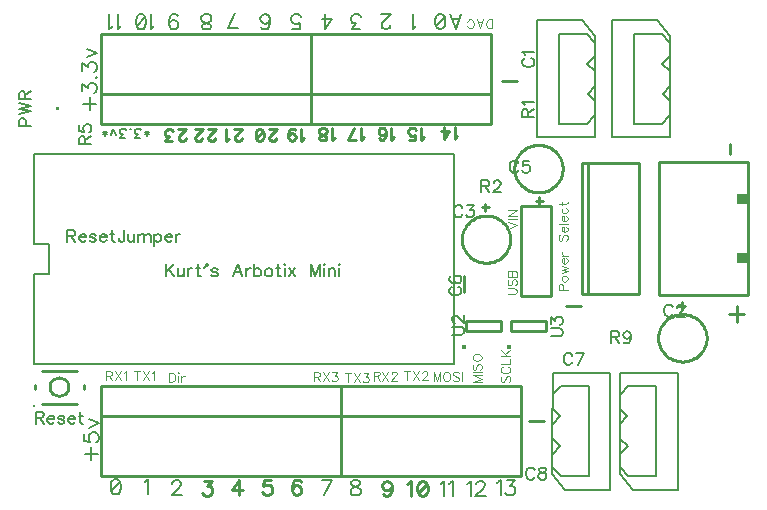
<source format=gto>
G04 DipTrace 3.0.0.0*
G04 Teensy-Arbotix-mini.gto*
%MOIN*%
G04 #@! TF.FileFunction,Legend,Top*
G04 #@! TF.Part,Single*
%ADD10C,0.009843*%
%ADD16C,0.008*%
%ADD34C,0.011811*%
%ADD39C,0.005*%
%ADD44C,0.015401*%
%ADD89C,0.006176*%
%ADD90C,0.00772*%
%ADD91C,0.010936*%
%ADD92C,0.004632*%
%ADD93C,0.008749*%
%ADD94C,0.009264*%
%ADD95C,0.006562*%
%FSLAX26Y26*%
G04*
G70*
G90*
G75*
G01*
G04 TopSilk*
%LPD*%
X2079272Y1787341D2*
D10*
X2028130D1*
X2616884Y1035630D2*
X2640516D1*
X2628700Y1047441D2*
Y1023819D1*
X2549961Y929331D2*
X2550157Y934824D1*
X2550746Y940289D1*
X2551725Y945702D1*
X2553087Y951035D1*
X2554828Y956262D1*
X2556938Y961357D1*
X2559408Y966297D1*
X2562225Y971057D1*
X2565375Y975613D1*
X2568843Y979944D1*
X2572613Y984028D1*
X2576665Y987846D1*
X2580980Y991379D1*
X2585538Y994609D1*
X2590315Y997522D1*
X2595289Y1000102D1*
X2600436Y1002338D1*
X2605729Y1004217D1*
X2611144Y1005732D1*
X2616655Y1006875D1*
X2622233Y1007640D1*
X2627853Y1008023D1*
X2633486D1*
X2639106Y1007640D1*
X2644684Y1006875D1*
X2650195Y1005732D1*
X2655610Y1004217D1*
X2660904Y1002338D1*
X2666050Y1000102D1*
X2671024Y997522D1*
X2675801Y994609D1*
X2680359Y991379D1*
X2684674Y987846D1*
X2688726Y984028D1*
X2692496Y979944D1*
X2695964Y975613D1*
X2699114Y971057D1*
X2701931Y966297D1*
X2704401Y961357D1*
X2706511Y956262D1*
X2708252Y951035D1*
X2709614Y945702D1*
X2710593Y940289D1*
X2711182Y934824D1*
X2711378Y929331D1*
X2711182Y923838D1*
X2710593Y918372D1*
X2709614Y912960D1*
X2708252Y907627D1*
X2706511Y902400D1*
X2704401Y897304D1*
X2701931Y892365D1*
X2699114Y887605D1*
X2695964Y883049D1*
X2692496Y878718D1*
X2688726Y874633D1*
X2684674Y870816D1*
X2680359Y867283D1*
X2675801Y864052D1*
X2671024Y861140D1*
X2666050Y858560D1*
X2660904Y856324D1*
X2655610Y854445D1*
X2650195Y852930D1*
X2644684Y851787D1*
X2639106Y851022D1*
X2633486Y850639D1*
X2627853D1*
X2622233Y851022D1*
X2616655Y851787D1*
X2611144Y852930D1*
X2605729Y854445D1*
X2600436Y856324D1*
X2595289Y858560D1*
X2590315Y861140D1*
X2585538Y864052D1*
X2580980Y867283D1*
X2576665Y870816D1*
X2572613Y874633D1*
X2568843Y878718D1*
X2565375Y883049D1*
X2562225Y887605D1*
X2559408Y892365D1*
X2556938Y897304D1*
X2554828Y902400D1*
X2553087Y907627D1*
X2551725Y912960D1*
X2550746Y918372D1*
X2550157Y923838D1*
X2549961Y929331D1*
X1962514Y1365000D2*
X1986146D1*
X1974330Y1376811D2*
Y1353189D1*
X1895591Y1258701D2*
X1895787Y1264194D1*
X1896376Y1269660D1*
X1897354Y1275072D1*
X1898717Y1280405D1*
X1900458Y1285632D1*
X1902568Y1290728D1*
X1905038Y1295667D1*
X1907855Y1300427D1*
X1911005Y1304983D1*
X1914473Y1309314D1*
X1918242Y1313399D1*
X1922295Y1317216D1*
X1926610Y1320749D1*
X1931168Y1323980D1*
X1935945Y1326892D1*
X1940919Y1329472D1*
X1946065Y1331708D1*
X1951359Y1333587D1*
X1956774Y1335102D1*
X1962285Y1336245D1*
X1967863Y1337010D1*
X1973483Y1337393D1*
X1979116D1*
X1984736Y1337010D1*
X1990314Y1336245D1*
X1995825Y1335102D1*
X2001240Y1333587D1*
X2006533Y1331708D1*
X2011680Y1329472D1*
X2016654Y1326892D1*
X2021431Y1323980D1*
X2025989Y1320749D1*
X2030304Y1317216D1*
X2034356Y1313399D1*
X2038126Y1309314D1*
X2041594Y1304983D1*
X2044744Y1300427D1*
X2047561Y1295667D1*
X2050030Y1290728D1*
X2052141Y1285632D1*
X2053882Y1280405D1*
X2055244Y1275072D1*
X2056223Y1269660D1*
X2056811Y1264194D1*
X2057008Y1258701D1*
X2056811Y1253208D1*
X2056223Y1247742D1*
X2055244Y1242330D1*
X2053882Y1236997D1*
X2052141Y1231770D1*
X2050030Y1226674D1*
X2047561Y1221735D1*
X2044744Y1216975D1*
X2041594Y1212419D1*
X2038126Y1208088D1*
X2034356Y1204003D1*
X2030304Y1200186D1*
X2025989Y1196653D1*
X2021431Y1193422D1*
X2016654Y1190510D1*
X2011680Y1187930D1*
X2006533Y1185694D1*
X2001240Y1183815D1*
X1995825Y1182300D1*
X1990314Y1181157D1*
X1984736Y1180392D1*
X1979116Y1180009D1*
X1973483D1*
X1967863Y1180392D1*
X1962285Y1181157D1*
X1956774Y1182300D1*
X1951359Y1183815D1*
X1946065Y1185694D1*
X1940919Y1187930D1*
X1935945Y1190510D1*
X1931168Y1193422D1*
X1926610Y1196653D1*
X1922295Y1200186D1*
X1918242Y1204003D1*
X1914473Y1208088D1*
X1911005Y1212419D1*
X1907855Y1216975D1*
X1905038Y1221735D1*
X1902568Y1226674D1*
X1900458Y1231770D1*
X1898717Y1236997D1*
X1897354Y1242330D1*
X1896376Y1247742D1*
X1895787Y1253208D1*
X1895591Y1258701D1*
X2164888Y1387402D2*
X2141256D1*
X2153072Y1375591D2*
Y1399213D1*
X2070394Y1493701D2*
X2070591Y1499194D1*
X2071179Y1504660D1*
X2072158Y1510072D1*
X2073520Y1515405D1*
X2075261Y1520632D1*
X2077372Y1525728D1*
X2079841Y1530667D1*
X2082658Y1535427D1*
X2085808Y1539983D1*
X2089276Y1544314D1*
X2093046Y1548399D1*
X2097098Y1552216D1*
X2101413Y1555749D1*
X2105971Y1558980D1*
X2110748Y1561892D1*
X2115722Y1564472D1*
X2120869Y1566708D1*
X2126162Y1568587D1*
X2131577Y1570102D1*
X2137088Y1571245D1*
X2142666Y1572010D1*
X2148286Y1572393D1*
X2153919D1*
X2159539Y1572010D1*
X2165117Y1571245D1*
X2170628Y1570102D1*
X2176043Y1568587D1*
X2181337Y1566708D1*
X2186483Y1564472D1*
X2191457Y1561892D1*
X2196234Y1558980D1*
X2200792Y1555749D1*
X2205107Y1552216D1*
X2209160Y1548399D1*
X2212929Y1544314D1*
X2216397Y1539983D1*
X2219547Y1535427D1*
X2222364Y1530667D1*
X2224834Y1525728D1*
X2226944Y1520632D1*
X2228685Y1515405D1*
X2230048Y1510072D1*
X2231026Y1504660D1*
X2231615Y1499194D1*
X2231811Y1493701D1*
X2231615Y1488208D1*
X2231026Y1482742D1*
X2230048Y1477330D1*
X2228685Y1471997D1*
X2226944Y1466770D1*
X2224834Y1461674D1*
X2222364Y1456735D1*
X2219547Y1451975D1*
X2216397Y1447419D1*
X2212929Y1443088D1*
X2209160Y1439003D1*
X2205107Y1435186D1*
X2200792Y1431653D1*
X2196234Y1428422D1*
X2191457Y1425510D1*
X2186483Y1422930D1*
X2181337Y1420694D1*
X2176043Y1418815D1*
X2170628Y1417300D1*
X2165117Y1416157D1*
X2159539Y1415392D1*
X2153919Y1415009D1*
X2148286D1*
X2142666Y1415392D1*
X2137088Y1416157D1*
X2131577Y1417300D1*
X2126162Y1418815D1*
X2120869Y1420694D1*
X2115722Y1422930D1*
X2110748Y1425510D1*
X2105971Y1428422D1*
X2101413Y1431653D1*
X2097098Y1435186D1*
X2093046Y1439003D1*
X2089276Y1443088D1*
X2085808Y1447419D1*
X2082658Y1451975D1*
X2079841Y1456735D1*
X2077372Y1461674D1*
X2075261Y1466770D1*
X2073520Y1471997D1*
X2072158Y1477330D1*
X2071179Y1482742D1*
X2070591Y1488208D1*
X2070394Y1493701D1*
X2118130Y652462D2*
X2169272D1*
X1393701Y1743701D2*
X1993701D1*
Y1943701D1*
X1393701D2*
X1993701D1*
X1393701Y1743701D2*
Y1943701D1*
X1993701Y1743701D2*
X1393701D1*
X1993701Y1643701D2*
X1393701D1*
X1993701Y1743701D2*
Y1643701D1*
X1393701Y1743701D2*
Y1643701D1*
Y1743701D2*
Y1943701D1*
X693701Y1743701D2*
Y1943701D1*
X1393701D1*
X693701Y1743701D2*
X1393701D1*
X693701D2*
Y1643701D1*
X1393701Y1743701D2*
X693701D1*
X1393701D2*
Y1643701D1*
X693701D1*
X1493701Y468701D2*
Y668701D1*
X693701Y468701D2*
Y668701D1*
Y468701D2*
X1493701D1*
X693701Y668701D2*
X1493701D1*
X693701Y768701D2*
X1493701D1*
X693701Y668701D2*
Y768701D1*
Y668701D2*
X1493701D1*
Y768701D1*
Y468701D2*
X2093701D1*
Y668701D1*
X1493701D2*
X2093701D1*
X1493701Y468701D2*
Y668701D1*
X2093701D1*
X1493701Y768701D2*
X2093701D1*
X1493701Y668701D2*
Y768701D1*
X2093701Y668701D2*
Y768701D1*
X2193701Y1068701D2*
X2093701D1*
Y1368701D1*
X2193701D2*
X2093701D1*
X2193701Y1068701D2*
Y1368701D1*
X2848622Y1073229D2*
Y1514173D1*
X2553347D1*
Y1073229D1*
X2848622D1*
G36*
X2813868Y1179540D2*
X2845374D1*
Y1211024D1*
X2813868D1*
Y1179540D1*
G37*
G36*
Y1376378D2*
X2845374D1*
Y1407862D1*
X2813868D1*
Y1376378D1*
G37*
G36*
X543701Y1697638D2*
X551574D1*
Y1689764D1*
X543701D1*
Y1697638D1*
G37*
X522914Y765196D2*
D10*
G02X522914Y765196I31496J0D01*
G01*
X613465Y820315D2*
X495355D1*
X613465Y710078D2*
X593780D1*
X495355D1*
X637087Y759287D2*
Y771106D1*
X471732Y759287D2*
Y771106D1*
D34*
X469764Y702203D3*
X518681Y1143721D2*
D16*
Y1243681D1*
X468701D1*
Y1543701D1*
X1868701D1*
Y843701D1*
X468701D1*
Y1143721D1*
X518681D1*
X2316307Y1075197D2*
D10*
Y1512205D1*
X2296654Y1075197D2*
Y1512205D1*
X2485630D2*
X2296654D1*
X2485630Y1075197D2*
X2296654D1*
X2485630D2*
Y1512205D1*
X1902341Y1083130D2*
Y1134272D1*
X2243130Y1035061D2*
X2294272D1*
X2146654Y1988583D2*
D39*
Y1598819D1*
X2339566D1*
X2339701Y1717697D2*
Y1767704D1*
Y1817710D1*
Y1867717D1*
Y1917685D1*
X2339682Y1937017D1*
X2296265Y1988583D1*
X2146654D1*
X2338697Y1868692D2*
X2313698Y1843708D1*
X2338697Y1818685D1*
X2339566Y1768717D2*
X2315705Y1743694D1*
X2339566Y1718710D1*
Y1668704D1*
Y1601976D1*
X2337693Y1669717D2*
X2312694Y1643720D1*
X2218699Y1643681D1*
Y1943721D1*
X2311709Y1943682D1*
X2336709Y1915697D1*
X2396654Y1988583D2*
Y1598819D1*
X2589566D1*
X2589701Y1717697D2*
Y1767704D1*
Y1817710D1*
Y1867717D1*
Y1917685D1*
X2589682Y1937017D1*
X2546265Y1988583D1*
X2396654D1*
X2588697Y1868692D2*
X2563698Y1843708D1*
X2588697Y1818685D1*
X2589566Y1768717D2*
X2565705Y1743694D1*
X2589566Y1718710D1*
Y1668704D1*
Y1601976D1*
X2587693Y1669717D2*
X2562694Y1643720D1*
X2468699Y1643681D1*
Y1943721D1*
X2561709Y1943682D1*
X2586709Y1915697D1*
X2390748Y423819D2*
Y813583D1*
X2197836D1*
X2197701Y694705D2*
Y644698D1*
Y594692D1*
Y544685D1*
Y494717D1*
X2197720Y475385D1*
X2241137Y423819D1*
X2390748D1*
X2198705Y543710D2*
X2223704Y568694D1*
X2198705Y593717D1*
X2197836Y643685D2*
X2221697Y668708D1*
X2197836Y693692D1*
Y743698D1*
Y810426D1*
X2199709Y742685D2*
X2224708Y768682D1*
X2318703Y768721D1*
Y468681D1*
X2225693Y468720D1*
X2200693Y496705D1*
X2615748Y423819D2*
Y813583D1*
X2422836D1*
X2422701Y694705D2*
Y644698D1*
Y594692D1*
Y544685D1*
Y494717D1*
X2422720Y475385D1*
X2466137Y423819D1*
X2615748D1*
X2423705Y543710D2*
X2448704Y568694D1*
X2423705Y593717D1*
X2422836Y643685D2*
X2446697Y668708D1*
X2422836Y693692D1*
Y743698D1*
Y810426D1*
X2424709Y742685D2*
X2449708Y768682D1*
X2543703Y768721D1*
Y468681D1*
X2450693Y468720D1*
X2425693Y496705D1*
D44*
X1904386Y898926D3*
X1909648Y952992D2*
D10*
X2027756D1*
X1909648Y984482D2*
X2027756D1*
Y952992D2*
Y984482D1*
X1909648Y952992D2*
Y984482D1*
D44*
X2054386Y898926D3*
X2059648Y952992D2*
D10*
X2177756D1*
X2059648Y984482D2*
X2177756D1*
Y952992D2*
Y984482D1*
X2059648Y952992D2*
Y984482D1*
X2106346Y1861593D2*
D89*
X2102544Y1859692D1*
X2098697Y1855845D1*
X2096796Y1852042D1*
Y1844393D1*
X2098697Y1840546D1*
X2102544Y1836744D1*
X2106346Y1834798D1*
X2112094Y1832897D1*
X2121689D1*
X2127393Y1834798D1*
X2131240Y1836744D1*
X2135042Y1840546D1*
X2136988Y1844393D1*
Y1852042D1*
X2135042Y1855845D1*
X2131240Y1859692D1*
X2127393Y1861593D1*
X2104489Y1873944D2*
X2102544Y1877791D1*
X2096840Y1883539D1*
X2136988D1*
X2598870Y1030760D2*
X2596968Y1034563D1*
X2593122Y1038410D1*
X2589319Y1040311D1*
X2581670D1*
X2577823Y1038410D1*
X2574020Y1034563D1*
X2572075Y1030760D1*
X2570174Y1025012D1*
Y1015418D1*
X2572075Y1009714D1*
X2574020Y1005867D1*
X2577823Y1002064D1*
X2581670Y1000119D1*
X2589319D1*
X2593122Y1002064D1*
X2596968Y1005867D1*
X2598870Y1009714D1*
X2613167Y1030716D2*
Y1032617D1*
X2615068Y1036464D1*
X2616969Y1038365D1*
X2620816Y1040267D1*
X2628465D1*
X2632268Y1038365D1*
X2634169Y1036464D1*
X2636114Y1032617D1*
Y1028815D1*
X2634169Y1024968D1*
X2630366Y1019264D1*
X2611221Y1000119D1*
X2638016D1*
X1897649Y1362552D2*
X1895748Y1366355D1*
X1891901Y1370201D1*
X1888099Y1372103D1*
X1880449D1*
X1876603Y1370201D1*
X1872800Y1366355D1*
X1870854Y1362552D1*
X1868953Y1356804D1*
Y1347209D1*
X1870854Y1341505D1*
X1872800Y1337659D1*
X1876603Y1333856D1*
X1880449Y1331911D1*
X1888099D1*
X1891901Y1333856D1*
X1895748Y1337659D1*
X1897649Y1341505D1*
X1913847Y1372058D2*
X1934850D1*
X1923398Y1356760D1*
X1929146D1*
X1932948Y1354858D1*
X1934850Y1352957D1*
X1936795Y1347209D1*
Y1343407D1*
X1934850Y1337659D1*
X1931047Y1333812D1*
X1925299Y1331911D1*
X1919551D1*
X1913847Y1333812D1*
X1911946Y1335757D1*
X1910001Y1339560D1*
X2084303Y1510760D2*
X2082401Y1514563D1*
X2078555Y1518410D1*
X2074752Y1520311D1*
X2067103D1*
X2063256Y1518410D1*
X2059454Y1514563D1*
X2057508Y1510760D1*
X2055607Y1505012D1*
Y1495418D1*
X2057508Y1489714D1*
X2059454Y1485867D1*
X2063256Y1482064D1*
X2067103Y1480119D1*
X2074752D1*
X2078555Y1482064D1*
X2082401Y1485867D1*
X2084303Y1489714D1*
X2119602Y1520267D2*
X2100501D1*
X2098600Y1503067D1*
X2100501Y1504968D1*
X2106249Y1506914D1*
X2111953D1*
X2117701Y1504968D1*
X2121548Y1501166D1*
X2123449Y1495418D1*
Y1491615D1*
X2121548Y1485867D1*
X2117701Y1482020D1*
X2111953Y1480119D1*
X2106249D1*
X2100501Y1482020D1*
X2098600Y1483966D1*
X2096654Y1487768D1*
X2138498Y487591D2*
X2136597Y491394D1*
X2132750Y495241D1*
X2128947Y497142D1*
X2121298D1*
X2117451Y495241D1*
X2113649Y491394D1*
X2111703Y487591D1*
X2109802Y481843D1*
Y472249D1*
X2111703Y466545D1*
X2113649Y462698D1*
X2117451Y458895D1*
X2121298Y456950D1*
X2128947D1*
X2132750Y458895D1*
X2136597Y462698D1*
X2138498Y466545D1*
X2160400Y497098D2*
X2154696Y495196D1*
X2152751Y491394D1*
Y487547D1*
X2154696Y483745D1*
X2158499Y481799D1*
X2166148Y479898D1*
X2171896Y477997D1*
X2175699Y474150D1*
X2177600Y470347D1*
Y464599D1*
X2175699Y460797D1*
X2173797Y458851D1*
X2168049Y456950D1*
X2160400D1*
X2154696Y458851D1*
X2152751Y460797D1*
X2150849Y464599D1*
Y470347D1*
X2152751Y474150D1*
X2156597Y477997D1*
X2162301Y479898D1*
X2169951Y481799D1*
X2173797Y483745D1*
X2175699Y487547D1*
Y491394D1*
X2173797Y495196D1*
X2168049Y497098D1*
X2160400D1*
X441209Y1635410D2*
Y1652654D1*
X439307Y1658358D1*
X437362Y1660303D1*
X433559Y1662204D1*
X427811D1*
X424009Y1660303D1*
X422063Y1658358D1*
X420162Y1652654D1*
Y1635410D1*
X460354D1*
X420162Y1674556D2*
X460354Y1684150D1*
X420162Y1693701D1*
X460354Y1703252D1*
X420162Y1712846D1*
X439307Y1725198D2*
Y1742398D1*
X437362Y1748146D1*
X435461Y1750091D1*
X431658Y1751992D1*
X427811D1*
X424009Y1750091D1*
X422063Y1748146D1*
X420162Y1742398D1*
Y1725198D1*
X460354D1*
X439307Y1738595D2*
X460354Y1751992D1*
X2115941Y1666732D2*
Y1683932D1*
X2113995Y1689680D1*
X2112094Y1691626D1*
X2108292Y1693527D1*
X2104445D1*
X2100642Y1691626D1*
X2098697Y1689680D1*
X2096796Y1683932D1*
Y1666732D1*
X2136988D1*
X2115941Y1680130D2*
X2136988Y1693527D1*
X2104489Y1705878D2*
X2102544Y1709725D1*
X2096840Y1715473D1*
X2136988D1*
X1960731Y1435398D2*
X1977931D1*
X1983679Y1437344D1*
X1985624Y1439245D1*
X1987525Y1443047D1*
Y1446894D1*
X1985624Y1450697D1*
X1983679Y1452642D1*
X1977931Y1454543D1*
X1960731D1*
Y1414351D1*
X1974128Y1435398D2*
X1987525Y1414351D1*
X2001822Y1444949D2*
Y1446850D1*
X2003723Y1450697D1*
X2005625Y1452598D1*
X2009471Y1454499D1*
X2017121D1*
X2020923Y1452598D1*
X2022825Y1450697D1*
X2024770Y1446850D1*
Y1443047D1*
X2022825Y1439201D1*
X2019022Y1433497D1*
X1999877Y1414351D1*
X2026671D1*
X639405Y1575731D2*
Y1592931D1*
X637460Y1598679D1*
X635559Y1600624D1*
X631756Y1602525D1*
X627909D1*
X624107Y1600624D1*
X622161Y1598679D1*
X620260Y1592931D1*
Y1575731D1*
X660452D1*
X639405Y1589128D2*
X660452Y1602525D1*
X620304Y1637825D2*
Y1618724D1*
X637504Y1616822D1*
X635603Y1618724D1*
X633657Y1624472D1*
Y1630175D1*
X635603Y1635923D1*
X639406Y1639770D1*
X645154Y1641671D1*
X648956D1*
X654704Y1639770D1*
X658551Y1635923D1*
X660452Y1630175D1*
Y1624472D1*
X658551Y1618723D1*
X656605Y1616822D1*
X652803Y1614877D1*
X475189Y663587D2*
X492389D1*
X498137Y665533D1*
X500082Y667434D1*
X501984Y671236D1*
Y675083D1*
X500082Y678886D1*
X498137Y680831D1*
X492389Y682732D1*
X475189D1*
Y642540D1*
X488586Y663587D2*
X501984Y642540D1*
X514335Y657839D2*
X537283D1*
Y661686D1*
X535382Y665533D1*
X533480Y667434D1*
X529634Y669335D1*
X523886D1*
X520083Y667434D1*
X516236Y663587D1*
X514335Y657839D1*
Y654037D1*
X516236Y648288D1*
X520083Y644486D1*
X523886Y642540D1*
X529634D1*
X533480Y644486D1*
X537283Y648288D1*
X570681Y663587D2*
X568780Y667434D1*
X563032Y669335D1*
X557284D1*
X551536Y667434D1*
X549634Y663587D1*
X551536Y659785D1*
X555382Y657839D1*
X564933Y655938D1*
X568780Y654037D1*
X570681Y650190D1*
Y648288D1*
X568780Y644486D1*
X563032Y642540D1*
X557284D1*
X551536Y644486D1*
X549634Y648288D1*
X583032Y657839D2*
X605980D1*
Y661686D1*
X604079Y665533D1*
X602178Y667434D1*
X598331Y669335D1*
X592583D1*
X588780Y667434D1*
X584934Y663587D1*
X583032Y657839D1*
Y654037D1*
X584934Y648288D1*
X588780Y644486D1*
X592583Y642540D1*
X598331D1*
X602178Y644486D1*
X605980Y648288D1*
X624080Y682732D2*
Y650190D1*
X625981Y644486D1*
X629828Y642540D1*
X633630D1*
X618332Y669335D2*
X631729D1*
X580620Y1270134D2*
X597820D1*
X603568Y1272080D1*
X605513Y1273981D1*
X607415Y1277783D1*
Y1281630D1*
X605513Y1285433D1*
X603568Y1287378D1*
X597820Y1289279D1*
X580620D1*
Y1249087D1*
X594017Y1270134D2*
X607415Y1249087D1*
X619766Y1264386D2*
X642714D1*
Y1268233D1*
X640813Y1272080D1*
X638911Y1273981D1*
X635065Y1275882D1*
X629317D1*
X625514Y1273981D1*
X621667Y1270134D1*
X619766Y1264386D1*
Y1260584D1*
X621667Y1254835D1*
X625514Y1251033D1*
X629317Y1249087D1*
X635065D1*
X638911Y1251033D1*
X642714Y1254835D1*
X676112Y1270134D2*
X674211Y1273981D1*
X668463Y1275882D1*
X662715D1*
X656967Y1273981D1*
X655065Y1270134D1*
X656967Y1266332D1*
X660813Y1264386D1*
X670364Y1262485D1*
X674211Y1260584D1*
X676112Y1256737D1*
Y1254835D1*
X674211Y1251033D1*
X668463Y1249087D1*
X662715D1*
X656967Y1251033D1*
X655065Y1254835D1*
X688463Y1264386D2*
X711411D1*
Y1268233D1*
X709510Y1272080D1*
X707609Y1273981D1*
X703762Y1275882D1*
X698014D1*
X694211Y1273981D1*
X690365Y1270134D1*
X688463Y1264386D1*
Y1260584D1*
X690365Y1254835D1*
X694211Y1251033D1*
X698014Y1249087D1*
X703762D1*
X707609Y1251033D1*
X711411Y1254835D1*
X729511Y1289279D2*
Y1256737D1*
X731412Y1251033D1*
X735259Y1249087D1*
X739061D1*
X723763Y1275882D2*
X737160D1*
X770558Y1289279D2*
Y1258682D1*
X768657Y1252934D1*
X766711Y1251033D1*
X762909Y1249087D1*
X759062D1*
X755259Y1251033D1*
X753358Y1252934D1*
X751413Y1258682D1*
Y1262485D1*
X782909Y1275882D2*
Y1256737D1*
X784811Y1251033D1*
X788657Y1249087D1*
X794406D1*
X798208Y1251033D1*
X803956Y1256737D1*
Y1275882D2*
Y1249087D1*
X816307Y1275882D2*
Y1249087D1*
Y1268233D2*
X822056Y1273981D1*
X825902Y1275882D1*
X831606D1*
X835453Y1273981D1*
X837354Y1268233D1*
Y1249087D1*
Y1268233D2*
X843102Y1273981D1*
X846949Y1275882D1*
X852653D1*
X856499Y1273981D1*
X858445Y1268233D1*
Y1249087D1*
X870796Y1275882D2*
Y1235690D1*
Y1270134D2*
X874643Y1273937D1*
X878446Y1275882D1*
X884194D1*
X888040Y1273937D1*
X891843Y1270134D1*
X893789Y1264386D1*
Y1260539D1*
X891843Y1254835D1*
X888040Y1250989D1*
X884194Y1249087D1*
X878446D1*
X874643Y1250989D1*
X870796Y1254835D1*
X906140Y1264386D2*
X929088D1*
Y1268233D1*
X927187Y1272080D1*
X925285Y1273981D1*
X921439Y1275882D1*
X915690D1*
X911888Y1273981D1*
X908041Y1270134D1*
X906140Y1264386D1*
Y1260584D1*
X908041Y1254835D1*
X911888Y1251033D1*
X915690Y1249087D1*
X921439D1*
X925285Y1251033D1*
X929088Y1254835D1*
X941439Y1275882D2*
Y1249087D1*
Y1264386D2*
X943385Y1270134D1*
X947187Y1273981D1*
X951034Y1275882D1*
X956782D1*
X1863314Y1099449D2*
X1859511Y1097548D1*
X1855664Y1093701D1*
X1853763Y1089898D1*
Y1082249D1*
X1855664Y1078402D1*
X1859511Y1074600D1*
X1863314Y1072654D1*
X1869062Y1070753D1*
X1878656D1*
X1884360Y1072654D1*
X1888207Y1074600D1*
X1892010Y1078402D1*
X1893955Y1082249D1*
Y1089898D1*
X1892010Y1093701D1*
X1888207Y1097547D1*
X1884360Y1099449D1*
X1859511Y1134748D2*
X1855709Y1132847D1*
X1853807Y1127099D1*
Y1123296D1*
X1855709Y1117548D1*
X1861457Y1113701D1*
X1871007Y1111800D1*
X1880558D1*
X1888207Y1113701D1*
X1892054Y1117548D1*
X1893955Y1123296D1*
Y1125197D1*
X1892054Y1130901D1*
X1888207Y1134748D1*
X1882459Y1136649D1*
X1880558D1*
X1874810Y1134748D1*
X1871007Y1130901D1*
X1869106Y1125197D1*
Y1123296D1*
X1871007Y1117548D1*
X1874810Y1113701D1*
X1880558Y1111800D1*
X2263476Y870190D2*
X2261575Y873992D1*
X2257728Y877839D1*
X2253925Y879740D1*
X2246276D1*
X2242429Y877839D1*
X2238627Y873992D1*
X2236681Y870190D1*
X2234780Y864442D1*
Y854847D1*
X2236681Y849143D1*
X2238627Y845296D1*
X2242429Y841494D1*
X2246276Y839548D1*
X2253925D1*
X2257728Y841494D1*
X2261575Y845296D1*
X2263476Y849143D1*
X2283477Y839548D2*
X2302622Y879696D1*
X2275827D1*
X2394083Y932662D2*
X2411283D1*
X2417031Y934607D1*
X2418976Y936508D1*
X2420878Y940311D1*
Y944158D1*
X2418976Y947960D1*
X2417031Y949906D1*
X2411283Y951807D1*
X2394083D1*
Y911615D1*
X2407480Y932662D2*
X2420878Y911615D1*
X2458122Y938410D2*
X2456177Y932662D1*
X2452374Y928815D1*
X2446626Y926914D1*
X2444725D1*
X2438977Y928815D1*
X2435174Y932662D1*
X2433229Y938410D1*
Y940311D1*
X2435174Y946059D1*
X2438977Y949862D1*
X2444725Y951763D1*
X2446626D1*
X2452374Y949862D1*
X2456177Y946059D1*
X2458122Y938410D1*
Y928815D1*
X2456177Y919264D1*
X2452374Y913516D1*
X2446626Y911615D1*
X2442824D1*
X2437076Y913516D1*
X2435174Y917363D1*
X1863107Y939396D2*
X1891803D1*
X1897551Y941297D1*
X1901353Y945144D1*
X1903299Y950892D1*
Y954695D1*
X1901353Y960443D1*
X1897551Y964289D1*
X1891803Y966191D1*
X1863107D1*
X1872702Y980488D2*
X1870800D1*
X1866954Y982389D1*
X1865052Y984290D1*
X1863151Y988137D1*
Y995786D1*
X1865052Y999589D1*
X1866954Y1001490D1*
X1870800Y1003435D1*
X1874603D1*
X1878450Y1001490D1*
X1884153Y997687D1*
X1903299Y978542D1*
Y1005337D1*
X2191323Y934396D2*
X2220019D1*
X2225767Y936297D1*
X2229570Y940144D1*
X2231515Y945892D1*
Y949695D1*
X2229570Y955443D1*
X2225767Y959289D1*
X2220019Y961191D1*
X2191323D1*
X2191367Y977389D2*
Y998391D1*
X2206666Y986939D1*
Y992687D1*
X2208567Y996490D1*
X2210468Y998391D1*
X2216217Y1000337D1*
X2220019D1*
X2225767Y998391D1*
X2229614Y994589D1*
X2231515Y988841D1*
Y983093D1*
X2229614Y977389D1*
X2227668Y975488D1*
X2223866Y973542D1*
X739571Y458547D2*
D90*
X732386Y456170D1*
X727578Y448985D1*
X725201Y437047D1*
Y429862D1*
X727578Y417924D1*
X732386Y410738D1*
X739571Y408362D1*
X744324D1*
X751510Y410738D1*
X756263Y417924D1*
X758695Y429862D1*
Y437047D1*
X756263Y448985D1*
X751510Y456170D1*
X744324Y458547D1*
X739571D1*
X756263Y448985D2*
X727578Y417924D1*
X838701Y449485D2*
X843510Y451917D1*
X850695Y459047D1*
Y408862D1*
X931133Y442608D2*
Y444985D1*
X933510Y449793D1*
X935886Y452170D1*
X940695Y454547D1*
X950256D1*
X955010Y452170D1*
X957386Y449793D1*
X959818Y444985D1*
Y440232D1*
X957386Y435423D1*
X952633Y428294D1*
X928701Y404362D1*
X962195D1*
X1153241Y406754D2*
D91*
Y456938D1*
X1129309Y423500D1*
X1165179D1*
X1259494Y456938D2*
X1235618D1*
X1233241Y435439D1*
X1235618Y437815D1*
X1242803Y440247D1*
X1249933D1*
X1257118Y437815D1*
X1261926Y433062D1*
X1264303Y425877D1*
Y421124D1*
X1261926Y413939D1*
X1257118Y409130D1*
X1249933Y406754D1*
X1242803D1*
X1235618Y409130D1*
X1233241Y411562D1*
X1230809Y416315D1*
X1357994Y449809D2*
X1355618Y454562D1*
X1348433Y456938D1*
X1343680D1*
X1336495Y454562D1*
X1331686Y447377D1*
X1329309Y435439D1*
Y423500D1*
X1331686Y413939D1*
X1336495Y409130D1*
X1343680Y406754D1*
X1346056D1*
X1353186Y409130D1*
X1357994Y413939D1*
X1360371Y421124D1*
Y423500D1*
X1357994Y430685D1*
X1353186Y435439D1*
X1346056Y437815D1*
X1343680D1*
X1336495Y435439D1*
X1331686Y430685D1*
X1329309Y423500D1*
X1437763Y404362D2*
D90*
X1461695Y454547D1*
X1428201D1*
X1035618Y453938D2*
D91*
X1061871D1*
X1047556Y434815D1*
X1054741D1*
X1059494Y432439D1*
X1061871Y430062D1*
X1064303Y422877D1*
Y418124D1*
X1061871Y410939D1*
X1057118Y406130D1*
X1049933Y403754D1*
X1042748D1*
X1035618Y406130D1*
X1033241Y408562D1*
X1030809Y413315D1*
X1536639Y454547D2*
D90*
X1529510Y452170D1*
X1527078Y447417D1*
Y442608D1*
X1529510Y437855D1*
X1534263Y435423D1*
X1543824Y433047D1*
X1551010Y430670D1*
X1555763Y425862D1*
X1558139Y421109D1*
Y413924D1*
X1555763Y409170D1*
X1553386Y406738D1*
X1546201Y404362D1*
X1536639D1*
X1529510Y406738D1*
X1527078Y409170D1*
X1524701Y413924D1*
Y421109D1*
X1527078Y425862D1*
X1531886Y430670D1*
X1539016Y433047D1*
X1548578Y435423D1*
X1553386Y437855D1*
X1555763Y442608D1*
Y447417D1*
X1553386Y452170D1*
X1546201Y454547D1*
X1536639D1*
X1661426Y435247D2*
D91*
X1658994Y428062D1*
X1654241Y423253D1*
X1647056Y420877D1*
X1644680D1*
X1637495Y423253D1*
X1632741Y428062D1*
X1630309Y435247D1*
Y437624D1*
X1632741Y444809D1*
X1637495Y449562D1*
X1644680Y451938D1*
X1647056D1*
X1654241Y449562D1*
X1658994Y444809D1*
X1661426Y435247D1*
Y423253D1*
X1658994Y411315D1*
X1654241Y404130D1*
X1647056Y401754D1*
X1642303D1*
X1635118Y404130D1*
X1632741Y408939D1*
X1713809Y442877D2*
X1718618Y445309D1*
X1725803Y452438D1*
Y402254D1*
X1762045Y452438D2*
X1754860Y450062D1*
X1750052Y442877D1*
X1747675Y430939D1*
Y423753D1*
X1750052Y411815D1*
X1754860Y404630D1*
X1762045Y402254D1*
X1766798D1*
X1773984Y404630D1*
X1778737Y411815D1*
X1781169Y423753D1*
Y430939D1*
X1778737Y442877D1*
X1773984Y450062D1*
X1766798Y452438D1*
X1762045D1*
X1778737Y442877D2*
X1750052Y411815D1*
X1825201Y443985D2*
D90*
X1830010Y446417D1*
X1837195Y453547D1*
Y403362D1*
X1852634Y443985D2*
X1857442Y446417D1*
X1864627Y453547D1*
Y403362D1*
X1913701Y443485D2*
X1918510Y445917D1*
X1925695Y453047D1*
Y402862D1*
X1943566Y441108D2*
Y443485D1*
X1945942Y448293D1*
X1948319Y450670D1*
X1953127Y453047D1*
X1962689D1*
X1967442Y450670D1*
X1969819Y448293D1*
X1972251Y443485D1*
Y438732D1*
X1969819Y433923D1*
X1965066Y426794D1*
X1941134Y402862D1*
X1974627D1*
X2012701Y444985D2*
X2017510Y447417D1*
X2024695Y454547D1*
Y404362D1*
X2044942Y454547D2*
X2071195D1*
X2056881Y435423D1*
X2064066D1*
X2068819Y433047D1*
X2071195Y430670D1*
X2073627Y423485D1*
Y418732D1*
X2071195Y411547D1*
X2066442Y406738D1*
X2059257Y404362D1*
X2052072D1*
X2044942Y406738D1*
X2042566Y409170D1*
X2040134Y413924D1*
X1744436Y1968454D2*
X1739627Y1966022D1*
X1732442Y1958892D1*
Y2009077D1*
X1657004Y1970830D2*
Y1968454D1*
X1654627Y1963645D1*
X1652251Y1961269D1*
X1647442Y1958892D1*
X1637880D1*
X1633127Y1961269D1*
X1630751Y1963645D1*
X1628319Y1968454D1*
Y1973207D1*
X1630751Y1978015D1*
X1635504Y1985145D1*
X1659436Y2009077D1*
X1625942D1*
X1554627Y1958892D2*
X1528374D1*
X1542689Y1978015D1*
X1535504D1*
X1530751Y1980392D1*
X1528374Y1982769D1*
X1525942Y1989954D1*
Y1994707D1*
X1528374Y2001892D1*
X1533127Y2006700D1*
X1540312Y2009077D1*
X1547497D1*
X1554627Y2006700D1*
X1557004Y2004268D1*
X1559436Y1999515D1*
X1440504Y2009077D2*
Y1958892D1*
X1464436Y1992330D1*
X1428566D1*
X1330751Y1958892D2*
X1354627D1*
X1357004Y1980392D1*
X1354627Y1978015D1*
X1347442Y1975584D1*
X1340312D1*
X1333127Y1978015D1*
X1328319Y1982769D1*
X1325942Y1989954D1*
Y1994707D1*
X1328319Y2001892D1*
X1333127Y2006700D1*
X1340312Y2009077D1*
X1347442D1*
X1354627Y2006700D1*
X1357004Y2004268D1*
X1359436Y1999515D1*
X1856134Y2009077D2*
X1875312Y1958837D1*
X1894436Y2009077D1*
X1887251Y1992330D2*
X1863319D1*
X1826324Y1958892D2*
X1833510Y1961269D1*
X1838318Y1968454D1*
X1840695Y1980392D1*
Y1987577D1*
X1838318Y1999515D1*
X1833510Y2006700D1*
X1826325Y2009077D1*
X1821571D1*
X1814386Y2006700D1*
X1809633Y1999515D1*
X1807201Y1987577D1*
Y1980392D1*
X1809633Y1968454D1*
X1814386Y1961269D1*
X1821571Y1958892D1*
X1826324D1*
X1809633Y1968454D2*
X1838318Y1999515D1*
X1226751Y1965022D2*
X1229127Y1960269D1*
X1236312Y1957892D1*
X1241065D1*
X1248251Y1960269D1*
X1253059Y1967454D1*
X1255436Y1979392D1*
Y1991330D1*
X1253059Y2000892D1*
X1248251Y2005700D1*
X1241066Y2008077D1*
X1238689D1*
X1231559Y2005700D1*
X1226751Y2000892D1*
X1224374Y1993707D1*
Y1991330D1*
X1226751Y1984145D1*
X1231559Y1979392D1*
X1238689Y1977015D1*
X1241065D1*
X1248251Y1979392D1*
X1253059Y1984145D1*
X1255436Y1991330D1*
X1140874Y2013077D2*
X1116942Y1962892D1*
X1150436D1*
X1048497Y1957892D2*
X1055627Y1960269D1*
X1058059Y1965022D1*
Y1969830D1*
X1055627Y1974584D1*
X1050874Y1977015D1*
X1041312Y1979392D1*
X1034127Y1981769D1*
X1029374Y1986577D1*
X1026998Y1991330D1*
Y1998515D1*
X1029374Y2003268D1*
X1031751Y2005700D1*
X1038936Y2008077D1*
X1048497D1*
X1055627Y2005700D1*
X1058059Y2003268D1*
X1060436Y1998515D1*
Y1991330D1*
X1058059Y1986577D1*
X1053251Y1981769D1*
X1046121Y1979392D1*
X1036559Y1977015D1*
X1031751Y1974584D1*
X1029374Y1969830D1*
Y1965022D1*
X1031751Y1960269D1*
X1038936Y1957892D1*
X1048497D1*
X919319Y1974584D2*
X921751Y1981769D1*
X926504Y1986577D1*
X933689Y1988954D1*
X936065D1*
X943251Y1986577D1*
X948004Y1981769D1*
X950436Y1974584D1*
Y1972207D1*
X948004Y1965022D1*
X943251Y1960269D1*
X936065Y1957892D1*
X933689D1*
X926504Y1960269D1*
X921751Y1965022D1*
X919319Y1974584D1*
Y1986577D1*
X921751Y1998515D1*
X926504Y2005700D1*
X933689Y2008077D1*
X938442D1*
X945627Y2005700D1*
X948004Y2000892D1*
X870436Y1967454D2*
X865627Y1965022D1*
X858442Y1957892D1*
Y2008077D1*
X828633Y1957892D2*
X835818Y1960269D1*
X840626Y1967454D1*
X843003Y1979392D1*
Y1986577D1*
X840626Y1998515D1*
X835818Y2005700D1*
X828633Y2008077D1*
X823880D1*
X816695Y2005700D1*
X811941Y1998515D1*
X809510Y1986577D1*
Y1979392D1*
X811941Y1967454D1*
X816695Y1960269D1*
X823880Y1957892D1*
X828633D1*
X811941Y1967454D2*
X840626Y1998515D1*
X760436Y1967454D2*
X755627Y1965022D1*
X748442Y1957892D1*
Y2008077D1*
X733003Y1967454D2*
X728194Y1965022D1*
X721009Y1957892D1*
Y2008077D1*
X1996979Y1961053D2*
D92*
Y1991197D1*
X1986932D1*
X1982621Y1989738D1*
X1979735Y1986886D1*
X1978309Y1984001D1*
X1976884Y1979723D1*
Y1972527D1*
X1978309Y1968216D1*
X1979735Y1965364D1*
X1982620Y1962479D1*
X1986931Y1961053D1*
X1996979D1*
X1944639Y1991197D2*
X1956146Y1961053D1*
X1967620Y1991197D1*
X1963309Y1981149D2*
X1948950D1*
X1913853Y1968216D2*
X1915279Y1965364D1*
X1918164Y1962479D1*
X1921016Y1961053D1*
X1926753D1*
X1929638Y1962479D1*
X1932490Y1965364D1*
X1933949Y1968216D1*
X1935375Y1972527D1*
Y1979723D1*
X1933949Y1984001D1*
X1932490Y1986886D1*
X1929638Y1989738D1*
X1926753Y1991197D1*
X1921016D1*
X1918164Y1989738D1*
X1915279Y1986886D1*
X1913853Y1984001D1*
X1276975Y1595327D2*
D93*
Y1593425D1*
X1275074Y1589578D1*
X1273173Y1587677D1*
X1269326Y1585776D1*
X1261677D1*
X1257874Y1587677D1*
X1255973Y1589579D1*
X1254028Y1593425D1*
Y1597228D1*
X1255973Y1601075D1*
X1259776Y1606778D1*
X1278921Y1625924D1*
X1252126D1*
X1223132Y1585776D2*
X1228880Y1587677D1*
X1232727Y1593425D1*
X1234628Y1602976D1*
X1234629Y1608724D1*
X1232727Y1618274D1*
X1228881Y1624022D1*
X1223132Y1625924D1*
X1219330D1*
X1213582Y1624022D1*
X1209779Y1618274D1*
X1207834Y1608724D1*
Y1602976D1*
X1209779Y1593425D1*
X1213582Y1587677D1*
X1219330Y1585776D1*
X1223132D1*
X1209779Y1593425D2*
X1232727Y1618274D1*
X1161975Y1595327D2*
Y1593425D1*
X1160074Y1589578D1*
X1158173Y1587677D1*
X1154326Y1585776D1*
X1146677D1*
X1142874Y1587677D1*
X1140973Y1589579D1*
X1139028Y1593425D1*
Y1597228D1*
X1140973Y1601075D1*
X1144776Y1606778D1*
X1163921Y1625924D1*
X1137126D1*
X1119628Y1593425D2*
X1115782Y1591480D1*
X1110034Y1585776D1*
Y1625924D1*
X1073975Y1595327D2*
Y1593425D1*
X1072074Y1589578D1*
X1070173Y1587677D1*
X1066326Y1585776D1*
X1058677D1*
X1054874Y1587677D1*
X1052973Y1589579D1*
X1051028Y1593425D1*
Y1597228D1*
X1052973Y1601075D1*
X1056776Y1606778D1*
X1075921Y1625924D1*
X1049126D1*
X1029683Y1595327D2*
Y1593425D1*
X1027782Y1589579D1*
X1025880Y1587677D1*
X1022034Y1585776D1*
X1014384D1*
X1010582Y1587677D1*
X1008681Y1589579D1*
X1006735Y1593425D1*
Y1597228D1*
X1008681Y1601075D1*
X1012483Y1606778D1*
X1031629Y1625924D1*
X1004834D1*
X974975Y1595327D2*
Y1593425D1*
X973074Y1589578D1*
X971173Y1587677D1*
X967326Y1585776D1*
X959677D1*
X955874Y1587677D1*
X953973Y1589579D1*
X952028Y1593425D1*
Y1597228D1*
X953973Y1601075D1*
X957776Y1606778D1*
X976921Y1625924D1*
X950126D1*
X928782Y1585776D2*
X907779D1*
X919231Y1601075D1*
X913483D1*
X909681Y1602976D1*
X907779Y1604877D1*
X905834Y1610625D1*
Y1614428D1*
X907779Y1620176D1*
X911582Y1624022D1*
X917330Y1625924D1*
X923078D1*
X928782Y1624022D1*
X930683Y1622077D1*
X932629Y1618274D1*
X1368921Y1594425D2*
X1365074Y1592480D1*
X1359326Y1586776D1*
Y1626924D1*
X1316935Y1600129D2*
X1318880Y1605877D1*
X1322683Y1609724D1*
X1328431Y1611625D1*
X1330332D1*
X1336080Y1609724D1*
X1339883Y1605877D1*
X1341828Y1600129D1*
Y1598228D1*
X1339883Y1592480D1*
X1336080Y1588677D1*
X1330332Y1586776D1*
X1328431D1*
X1322683Y1588677D1*
X1318880Y1592480D1*
X1316935Y1600129D1*
Y1609724D1*
X1318880Y1619274D1*
X1322683Y1625022D1*
X1328431Y1626924D1*
X1332234D1*
X1337982Y1625023D1*
X1339883Y1621176D1*
X1569921Y1597425D2*
X1566074Y1595480D1*
X1560326Y1589776D1*
Y1629924D1*
X1535179D2*
X1516034Y1589776D1*
X1542828D1*
X1472921Y1596425D2*
X1469074Y1594480D1*
X1463326Y1588776D1*
Y1628924D1*
X1436278Y1588776D2*
X1441982Y1590677D1*
X1443927Y1594480D1*
Y1598327D1*
X1441982Y1602129D1*
X1438179Y1604075D1*
X1430530Y1605976D1*
X1424782Y1607877D1*
X1420979Y1611724D1*
X1419078Y1615526D1*
Y1621274D1*
X1420979Y1625077D1*
X1422881Y1627022D1*
X1428629Y1628924D1*
X1436278D1*
X1441982Y1627023D1*
X1443927Y1625077D1*
X1445828Y1621274D1*
Y1615526D1*
X1443927Y1611724D1*
X1440080Y1607877D1*
X1434377Y1605976D1*
X1426727Y1604075D1*
X1422880Y1602129D1*
X1420979Y1598327D1*
Y1594480D1*
X1422880Y1590677D1*
X1428628Y1588776D1*
X1436278D1*
X2789502Y1543333D2*
D94*
Y1576495D1*
X2811864Y983573D2*
Y1035239D1*
X2837664Y1009439D2*
X2785998D1*
X2048546Y1075098D2*
D92*
X2070067D1*
X2074378Y1076524D1*
X2077230Y1079409D1*
X2078690Y1083720D1*
Y1086572D1*
X2077230Y1090883D1*
X2074379Y1093768D1*
X2070068Y1095194D1*
X2048546D1*
X2052857Y1124554D2*
X2049972Y1121702D1*
X2048546Y1117391D1*
Y1111654D1*
X2049972Y1107343D1*
X2052857Y1104458D1*
X2055709D1*
X2058594Y1105917D1*
X2060020Y1107343D1*
X2061445Y1110195D1*
X2064331Y1118817D1*
X2065756Y1121702D1*
X2067216Y1123128D1*
X2070068Y1124554D1*
X2074379D1*
X2077230Y1121702D1*
X2078690Y1117391D1*
Y1111654D1*
X2077230Y1107343D1*
X2074379Y1104458D1*
X2048546Y1133817D2*
X2078690D1*
Y1146750D1*
X2077230Y1151061D1*
X2075804Y1152487D1*
X2072953Y1153913D1*
X2068642D1*
X2065756Y1152487D1*
X2064331Y1151061D1*
X2062905Y1146750D1*
X2061445Y1151061D1*
X2060020Y1152487D1*
X2057168Y1153913D1*
X2054283D1*
X2051431Y1152487D1*
X2049972Y1151061D1*
X2048546Y1146750D1*
Y1133817D1*
X2062905D2*
Y1146750D1*
X2050064Y1293720D2*
X2080208Y1305194D1*
X2050064Y1316668D1*
Y1325932D2*
X2080208D1*
X2050064Y1355291D2*
X2080208D1*
X2050064Y1335195D1*
X2080208D1*
X2233792Y1087740D2*
Y1100673D1*
X2232367Y1104951D1*
X2230907Y1106410D1*
X2228056Y1107836D1*
X2223744D1*
X2220893Y1106410D1*
X2219433Y1104951D1*
X2218007Y1100673D1*
Y1087740D1*
X2248151D1*
X2228056Y1124263D2*
X2229481Y1121411D1*
X2232367Y1118526D1*
X2236678Y1117100D1*
X2239529D1*
X2243840Y1118526D1*
X2246692Y1121411D1*
X2248151Y1124262D1*
Y1128573D1*
X2246692Y1131459D1*
X2243840Y1134310D1*
X2239529Y1135770D1*
X2236678D1*
X2232367Y1134311D1*
X2229481Y1131459D1*
X2228056Y1128574D1*
Y1124263D1*
Y1145033D2*
X2248151Y1150770D1*
X2228055Y1156507D1*
X2248151Y1162244D1*
X2228055Y1167981D1*
X2236678Y1177245D2*
Y1194456D1*
X2233792D1*
X2230907Y1193030D1*
X2229481Y1191604D1*
X2228055Y1188719D1*
Y1184408D1*
X2229481Y1181556D1*
X2232367Y1178671D1*
X2236678Y1177245D1*
X2239529D1*
X2243840Y1178671D1*
X2246692Y1181556D1*
X2248151Y1184408D1*
Y1188719D1*
X2246692Y1191604D1*
X2243840Y1194456D1*
X2228055Y1203719D2*
X2248151D1*
X2236678D2*
X2232367Y1205178D1*
X2229481Y1208030D1*
X2228055Y1210915D1*
Y1215226D1*
X2222318Y1273746D2*
X2219433Y1270894D1*
X2218007Y1266583D1*
Y1260846D1*
X2219433Y1256535D1*
X2222318Y1253650D1*
X2225170D1*
X2228055Y1255109D1*
X2229481Y1256535D1*
X2230907Y1259387D1*
X2233792Y1268009D1*
X2235218Y1270894D1*
X2236678Y1272320D1*
X2239529Y1273746D1*
X2243840D1*
X2246692Y1270894D1*
X2248151Y1266583D1*
Y1260846D1*
X2246692Y1256535D1*
X2243840Y1253650D1*
X2236678Y1283010D2*
Y1300221D1*
X2233792D1*
X2230907Y1298795D1*
X2229481Y1297369D1*
X2228055Y1294484D1*
Y1290173D1*
X2229481Y1287321D1*
X2232366Y1284436D1*
X2236678Y1283010D1*
X2239529D1*
X2243840Y1284436D1*
X2246692Y1287321D1*
X2248151Y1290173D1*
Y1294484D1*
X2246692Y1297369D1*
X2243840Y1300221D1*
X2218007Y1309484D2*
X2248151D1*
X2236678Y1318748D2*
Y1335959D1*
X2233792D1*
X2230907Y1334533D1*
X2229481Y1333107D1*
X2228055Y1330222D1*
Y1325911D1*
X2229481Y1323059D1*
X2232366Y1320174D1*
X2236678Y1318748D1*
X2239529D1*
X2243840Y1320174D1*
X2246692Y1323059D1*
X2248151Y1325911D1*
Y1330222D1*
X2246692Y1333107D1*
X2243840Y1335959D1*
X2232366Y1362466D2*
X2229481Y1359581D1*
X2228055Y1356696D1*
Y1352418D1*
X2229481Y1349533D1*
X2232366Y1346681D1*
X2236678Y1345222D1*
X2239529D1*
X2243840Y1346681D1*
X2246692Y1349533D1*
X2248151Y1352418D1*
Y1356696D1*
X2246692Y1359581D1*
X2243840Y1362466D1*
X2218007Y1376041D2*
X2242414D1*
X2246692Y1377467D1*
X2248151Y1380352D1*
Y1383204D1*
X2228055Y1371730D2*
Y1381778D1*
X1516955Y811135D2*
Y780991D1*
X1506907Y811135D2*
X1527003D1*
X1536266D2*
X1556362Y780991D1*
Y811135D2*
X1536266Y780991D1*
X1568511Y811102D2*
X1584263D1*
X1575674Y799628D1*
X1579985D1*
X1582837Y798202D1*
X1584263Y796776D1*
X1585722Y792465D1*
Y789613D1*
X1584263Y785302D1*
X1581411Y782417D1*
X1577100Y780991D1*
X1572789D1*
X1568511Y782417D1*
X1567085Y783876D1*
X1565626Y786728D1*
X1601348Y802924D2*
X1614248D1*
X1618559Y804383D1*
X1620018Y805809D1*
X1621444Y808661D1*
Y811546D1*
X1620018Y814398D1*
X1618559Y815857D1*
X1614248Y817283D1*
X1601348D1*
Y787139D1*
X1611396Y802924D2*
X1621444Y787139D1*
X1630707Y817283D2*
X1650803Y787139D1*
Y817283D2*
X1630707Y787139D1*
X1661526Y810087D2*
Y811513D1*
X1662952Y814398D1*
X1664378Y815824D1*
X1667263Y817250D1*
X1673000D1*
X1675852Y815824D1*
X1677278Y814398D1*
X1678737Y811513D1*
Y808661D1*
X1677278Y805776D1*
X1674426Y801498D1*
X1660067Y787139D1*
X1680163D1*
X1713734Y818283D2*
Y788139D1*
X1703686Y818283D2*
X1723782D1*
X1733046D2*
X1753142Y788139D1*
Y818283D2*
X1733046Y788139D1*
X1763864Y811087D2*
Y812513D1*
X1765290Y815398D1*
X1766716Y816824D1*
X1769601Y818250D1*
X1775338D1*
X1778190Y816824D1*
X1779616Y815398D1*
X1781075Y812513D1*
Y809661D1*
X1779616Y806776D1*
X1776764Y802498D1*
X1762405Y788139D1*
X1782501D1*
X1402686Y799924D2*
X1415586D1*
X1419897Y801383D1*
X1421356Y802809D1*
X1422782Y805661D1*
Y808546D1*
X1421356Y811398D1*
X1419897Y812857D1*
X1415586Y814283D1*
X1402686D1*
Y784139D1*
X1412734Y799924D2*
X1422782Y784139D1*
X1432046Y814283D2*
X1452142Y784139D1*
Y814283D2*
X1432046Y784139D1*
X1464290Y814250D2*
X1480042D1*
X1471453Y802776D1*
X1475764D1*
X1478616Y801350D1*
X1480042Y799924D1*
X1481501Y795613D1*
Y792761D1*
X1480042Y788450D1*
X1477190Y785565D1*
X1472879Y784139D1*
X1468568D1*
X1464290Y785565D1*
X1462864Y787024D1*
X1461405Y789876D1*
X1824150Y785623D2*
Y815767D1*
X1812676Y785623D1*
X1801202Y815767D1*
Y785623D1*
X1842035Y815767D2*
X1839150Y814341D1*
X1836298Y811456D1*
X1834839Y808604D1*
X1833413Y804293D1*
Y797097D1*
X1834839Y792819D1*
X1836298Y789934D1*
X1839150Y787082D1*
X1842035Y785623D1*
X1847772D1*
X1850624Y787082D1*
X1853509Y789934D1*
X1854935Y792819D1*
X1856361Y797097D1*
Y804293D1*
X1854935Y808604D1*
X1853509Y811456D1*
X1850624Y814341D1*
X1847772Y815767D1*
X1842035D1*
X1885721Y811456D2*
X1882869Y814341D1*
X1878558Y815767D1*
X1872821D1*
X1868510Y814341D1*
X1865625Y811456D1*
Y808604D1*
X1867084Y805719D1*
X1868510Y804293D1*
X1871362Y802867D1*
X1879984Y799982D1*
X1882869Y798556D1*
X1884295Y797097D1*
X1885721Y794245D1*
Y789934D1*
X1882869Y787082D1*
X1878558Y785623D1*
X1872821D1*
X1868510Y787082D1*
X1865625Y789934D1*
X1894984Y815767D2*
Y785623D1*
X1961359Y804944D2*
X1931215D1*
X1961359Y793470D1*
X1931215Y781996D1*
X1961359D1*
X1931215Y814207D2*
X1961359D1*
X1935526Y843567D2*
X1932641Y840715D1*
X1931215Y836404D1*
Y830667D1*
X1932641Y826356D1*
X1935526Y823471D1*
X1938378D1*
X1941263Y824930D1*
X1942689Y826356D1*
X1944115Y829208D1*
X1947000Y837830D1*
X1948426Y840715D1*
X1949885Y842141D1*
X1952737Y843567D1*
X1957048D1*
X1959900Y840715D1*
X1961359Y836404D1*
Y830667D1*
X1959900Y826356D1*
X1957048Y823471D1*
X1931215Y861453D2*
X1932641Y858567D1*
X1935526Y855716D1*
X1938378Y854256D1*
X1942689Y852830D1*
X1949885D1*
X1954163Y854256D1*
X1957048Y855716D1*
X1959900Y858567D1*
X1961359Y861452D1*
Y867189D1*
X1959900Y870041D1*
X1957048Y872926D1*
X1954163Y874352D1*
X1949885Y875778D1*
X1942689D1*
X1938378Y874352D1*
X1935526Y872926D1*
X1932641Y870041D1*
X1931215Y867189D1*
Y861453D1*
X2030526Y802092D2*
X2027641Y799240D1*
X2026215Y794929D1*
Y789192D1*
X2027641Y784881D1*
X2030526Y781996D1*
X2033378D1*
X2036263Y783455D1*
X2037689Y784881D1*
X2039115Y787733D1*
X2042000Y796355D1*
X2043426Y799240D1*
X2044885Y800666D1*
X2047737Y802092D1*
X2052048D1*
X2054900Y799240D1*
X2056359Y794929D1*
Y789192D1*
X2054900Y784881D1*
X2052048Y781996D1*
X2033378Y832877D2*
X2030526Y831451D1*
X2027641Y828566D1*
X2026215Y825715D1*
Y819978D1*
X2027641Y817092D1*
X2030526Y814241D1*
X2033378Y812781D1*
X2037689Y811356D1*
X2044885Y811355D1*
X2049163Y812781D1*
X2052048Y814241D1*
X2054900Y817092D1*
X2056359Y819977D1*
Y825714D1*
X2054900Y828566D1*
X2052048Y831451D1*
X2049163Y832877D1*
X2026215Y842141D2*
X2056359D1*
Y859352D1*
X2026215Y868615D2*
X2056359D1*
X2026215Y888711D2*
X2046311Y868615D1*
X2039115Y875778D2*
X2056359Y888711D1*
X709136Y803474D2*
X722036D1*
X726347Y804933D1*
X727806Y806359D1*
X729232Y809211D1*
Y812096D1*
X727806Y814948D1*
X726347Y816407D1*
X722036Y817833D1*
X709136D1*
Y787689D1*
X719184Y803474D2*
X729232Y787689D1*
X738496Y817833D2*
X758592Y787689D1*
Y817833D2*
X738496Y787689D1*
X767855Y812063D2*
X770740Y813522D1*
X775052Y817800D1*
Y787689D1*
X638744Y543914D2*
D90*
X681799D1*
X660300Y522414D2*
Y565469D1*
X635180Y609593D2*
Y585717D1*
X656679Y583340D1*
X654303Y585717D1*
X651871Y592902D1*
Y600031D1*
X654303Y607216D1*
X659056Y612025D1*
X666241Y614401D1*
X670994D1*
X678179Y612025D1*
X682988Y607216D1*
X685364Y600031D1*
Y592902D1*
X682988Y585717D1*
X680556Y583340D1*
X675803Y580908D1*
X651871Y629841D2*
X685364Y644211D1*
X651871Y658526D1*
X633335Y1709323D2*
X676390D1*
X654890Y1687823D2*
Y1730878D1*
X629770Y1751126D2*
Y1777379D1*
X648893Y1763064D1*
Y1770249D1*
X651270Y1775002D1*
X653647Y1777379D1*
X660832Y1779811D1*
X665585D1*
X672770Y1777379D1*
X677578Y1772626D1*
X679955Y1765441D1*
Y1758256D1*
X677578Y1751126D1*
X675146Y1748749D1*
X670393Y1746318D1*
X675146Y1797627D2*
X677578Y1795250D1*
X679955Y1797627D1*
X677578Y1800059D1*
X675146Y1797627D1*
X629770Y1820306D2*
Y1846559D1*
X648893Y1832244D1*
Y1839429D1*
X651270Y1844183D1*
X653647Y1846559D1*
X660832Y1848991D1*
X665585D1*
X672770Y1846559D1*
X677578Y1841806D1*
X679955Y1834621D1*
Y1827436D1*
X677578Y1820306D1*
X675146Y1817930D1*
X670393Y1815498D1*
X646462Y1864430D2*
X679955Y1878800D1*
X646462Y1893115D1*
X908969Y1174519D2*
D89*
Y1134327D1*
X935763Y1174519D2*
X908969Y1147724D1*
X918519Y1157319D2*
X935763Y1134327D1*
X948115Y1161121D2*
Y1141976D1*
X950016Y1136272D1*
X953863Y1134327D1*
X959611D1*
X963413Y1136272D1*
X969161Y1141976D1*
Y1161121D2*
Y1134327D1*
X981513Y1161121D2*
Y1134327D1*
Y1149625D2*
X983458Y1155373D1*
X987261Y1159220D1*
X991108Y1161121D1*
X996856D1*
X1014955Y1174519D2*
Y1141976D1*
X1016856Y1136272D1*
X1020703Y1134327D1*
X1024506D1*
X1009207Y1161121D2*
X1022604D1*
X1046452Y1174474D2*
X1036857Y1162978D1*
X1048353Y1172573D1*
X1046452Y1174474D1*
X1081751Y1155373D2*
X1079850Y1159220D1*
X1074102Y1161121D1*
X1068354D1*
X1062606Y1159220D1*
X1060704Y1155373D1*
X1062606Y1151571D1*
X1066452Y1149625D1*
X1076003Y1147724D1*
X1079850Y1145823D1*
X1081751Y1141976D1*
Y1140075D1*
X1079850Y1136272D1*
X1074102Y1134327D1*
X1068354D1*
X1062606Y1136272D1*
X1060704Y1140075D1*
X1163625Y1134327D2*
X1148282Y1174519D1*
X1132983Y1134327D1*
X1138731Y1147724D2*
X1157877D1*
X1175976Y1161121D2*
Y1134327D1*
Y1149625D2*
X1177922Y1155373D1*
X1181724Y1159220D1*
X1185571Y1161121D1*
X1191319D1*
X1203670Y1174519D2*
Y1134327D1*
Y1155373D2*
X1207517Y1159220D1*
X1211320Y1161121D1*
X1217068D1*
X1220870Y1159220D1*
X1224717Y1155373D1*
X1226618Y1149625D1*
Y1145823D1*
X1224717Y1140075D1*
X1220870Y1136272D1*
X1217068Y1134327D1*
X1211320D1*
X1207517Y1136272D1*
X1203670Y1140075D1*
X1248520Y1161121D2*
X1244718Y1159220D1*
X1240871Y1155373D1*
X1238970Y1149625D1*
Y1145823D1*
X1240871Y1140075D1*
X1244718Y1136272D1*
X1248520Y1134327D1*
X1254268D1*
X1258115Y1136272D1*
X1261917Y1140075D1*
X1263863Y1145823D1*
Y1149625D1*
X1261917Y1155373D1*
X1258115Y1159220D1*
X1254268Y1161121D1*
X1248520D1*
X1281962Y1174519D2*
Y1141976D1*
X1283864Y1136272D1*
X1287710Y1134327D1*
X1291513D1*
X1276214Y1161121D2*
X1289612D1*
X1303864Y1174519D2*
X1305766Y1172617D1*
X1307711Y1174519D1*
X1305766Y1176464D1*
X1303864Y1174519D1*
X1305766Y1161121D2*
Y1134327D1*
X1320063Y1161121D2*
X1341109Y1134327D1*
Y1161121D2*
X1320063Y1134327D1*
X1422939D2*
Y1174519D1*
X1407640Y1134327D1*
X1392341Y1174519D1*
Y1134327D1*
X1435290Y1174519D2*
X1437191Y1172617D1*
X1439137Y1174519D1*
X1437191Y1176464D1*
X1435290Y1174519D1*
X1437191Y1161121D2*
Y1134327D1*
X1451488Y1161121D2*
Y1134327D1*
Y1153472D2*
X1457236Y1159220D1*
X1461083Y1161121D1*
X1466787D1*
X1470633Y1159220D1*
X1472535Y1153472D1*
Y1134327D1*
X1484886Y1174519D2*
X1486787Y1172617D1*
X1488733Y1174519D1*
X1486787Y1176464D1*
X1484886Y1174519D1*
X1486787Y1161121D2*
Y1134327D1*
X1669921Y1597425D2*
D93*
X1666074Y1595480D1*
X1660326Y1589776D1*
Y1629924D1*
X1619880Y1595480D2*
X1621782Y1591677D1*
X1627530Y1589776D1*
X1631332D1*
X1637080Y1591677D1*
X1640927Y1597425D1*
X1642828Y1606976D1*
Y1616526D1*
X1640927Y1624176D1*
X1637080Y1628023D1*
X1631332Y1629924D1*
X1629431D1*
X1623727Y1628022D1*
X1619881Y1624176D1*
X1617979Y1618428D1*
Y1616526D1*
X1619880Y1610778D1*
X1623727Y1606976D1*
X1629431Y1605075D1*
X1631332D1*
X1637080Y1606976D1*
X1640927Y1610778D1*
X1642828Y1616526D1*
X1769921Y1597425D2*
X1766074Y1595480D1*
X1760326Y1589776D1*
Y1629924D1*
X1719880Y1589776D2*
X1738982D1*
X1740883Y1606976D1*
X1738982Y1605075D1*
X1733234Y1603129D1*
X1727530D1*
X1721782Y1605075D1*
X1717935Y1608877D1*
X1716034Y1614625D1*
Y1618428D1*
X1717935Y1624176D1*
X1721782Y1628022D1*
X1727530Y1629924D1*
X1733234D1*
X1738982Y1628023D1*
X1740883Y1626077D1*
X1742828Y1622274D1*
X1880904Y1601105D2*
X1877057Y1599160D1*
X1871309Y1593456D1*
Y1633604D1*
X1834666D2*
Y1593456D1*
X1853811Y1620206D1*
X1825115D1*
X814184Y817833D2*
D92*
Y787689D1*
X804136Y817833D2*
X824232D1*
X833496D2*
X853592Y787689D1*
Y817833D2*
X833496Y787689D1*
X862855Y812063D2*
X865740Y813522D1*
X870052Y817800D1*
Y787689D1*
X919136Y812833D2*
Y782689D1*
X929184D1*
X933495Y784148D1*
X936380Y787000D1*
X937806Y789885D1*
X939232Y794163D1*
Y801359D1*
X937806Y805670D1*
X936380Y808522D1*
X933495Y811407D1*
X929184Y812833D1*
X919136D1*
X948496D2*
X949922Y811407D1*
X951381Y812833D1*
X949922Y814292D1*
X948496Y812833D1*
X949922Y802785D2*
Y782689D1*
X960644Y802785D2*
Y782689D1*
Y794163D2*
X962104Y798474D1*
X964956Y801359D1*
X967841Y802785D1*
X972152D1*
X845818Y1603501D2*
D95*
Y1620712D1*
X853015Y1607779D2*
X838656Y1616401D1*
Y1607779D2*
X853015Y1616401D1*
X822647Y1597052D2*
X806895D1*
X815484Y1608526D1*
X811173D1*
X808321Y1609951D1*
X806895Y1611377D1*
X805436Y1615688D1*
Y1618540D1*
X806895Y1622851D1*
X809747Y1625736D1*
X814058Y1627162D1*
X818369D1*
X822647Y1625736D1*
X824073Y1624277D1*
X825532Y1621425D1*
X790887Y1624277D2*
X792313Y1625736D1*
X790887Y1627162D1*
X789428Y1625736D1*
X790887Y1624277D1*
X773419Y1597052D2*
X757668D1*
X766256Y1608525D1*
X761945D1*
X759094Y1609951D1*
X757668Y1611377D1*
X756208Y1615688D1*
Y1618540D1*
X757668Y1622851D1*
X760519Y1625736D1*
X764831Y1627162D1*
X769142D1*
X773419Y1625736D1*
X774845Y1624277D1*
X776304Y1621425D1*
X743085Y1607066D2*
X734463Y1627162D1*
X725874Y1607066D1*
X705555Y1603501D2*
Y1620712D1*
X712751Y1607779D2*
X698392Y1616401D1*
Y1607779D2*
X712751Y1616401D1*
M02*

</source>
